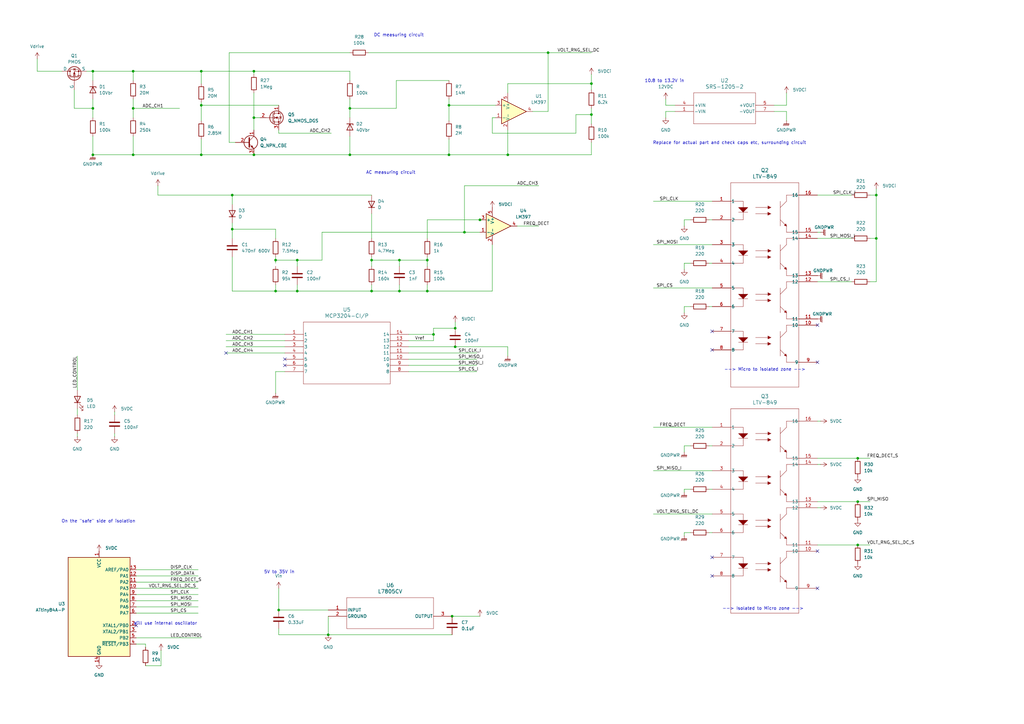
<source format=kicad_sch>
(kicad_sch (version 20231120) (generator "eeschema") (generator_version "8.0")
  (paper "A3")
  (lib_symbols
    (symbol "2024-09-10_19-31-40:NME1205DC" (pin_names (offset 0.254))
      (property "Reference" "U2" (at 20.32 10.16 0))
      (property "Value" "SRS-1205-2" (at 20.32 7.62 0))
      (symbol "NME1205DC_0_1"
        (pin power_in line (at 0 -2.54 0) (length 7.62) (name "-VIN") (number "1"))
        (pin power_in line (at 0 0 0) (length 7.62) (name "+VIN") (number "4"))
        (pin output line (at 40.64 0 180) (length 7.62) (name "+VOUT") (number "5"))
        (pin output line (at 40.64 -2.54 180) (length 7.62) (name "-VOUT") (number "7"))
      )
    )
    (symbol "2024-09-14_22-35-21:MCP3204-CI_P" (pin_names (offset 0.254))
      (property "Reference" "U" (at 25.4 10.16 0))
      (property "Value" "MCP3204-CI/P" (at 25.4 7.62 0))
      (symbol "MCP3204-CI_P_0_1"
        (pin unspecified line (at 0 0 0) (length 7.62) (name "1") (number "1"))
        (pin unspecified line (at 50.8 -10.16 180) (length 7.62) (name "10") (number "10"))
        (pin unspecified line (at 50.8 -7.62 180) (length 7.62) (name "11") (number "11"))
        (pin unspecified line (at 50.8 -5.08 180) (length 7.62) (name "12") (number "12"))
        (pin unspecified line (at 50.8 -2.54 180) (length 7.62) (name "13") (number "13"))
        (pin unspecified line (at 50.8 0 180) (length 7.62) (name "14") (number "14"))
        (pin unspecified line (at 0 -2.54 0) (length 7.62) (name "2") (number "2"))
        (pin unspecified line (at 0 -5.08 0) (length 7.62) (name "3") (number "3"))
        (pin unspecified line (at 0 -7.62 0) (length 7.62) (name "4") (number "4"))
        (pin unspecified line (at 0 -10.16 0) (length 7.62) (name "5") (number "5"))
        (pin unspecified line (at 0 -12.7 0) (length 7.62) (name "6") (number "6"))
        (pin unspecified line (at 0 -15.24 0) (length 7.62) (name "7") (number "7"))
        (pin unspecified line (at 50.8 -15.24 180) (length 7.62) (name "8") (number "8"))
        (pin unspecified line (at 50.8 -12.7 180) (length 7.62) (name "9") (number "9"))
      )
    )
    (symbol "Comparator:LM397" (pin_names (offset 0.127))
      (property "Reference" "U" (at 1.27 5.08 0))
      (property "Value" "LM397" (at 3.81 -5.08 0))
      (symbol "LM397_1_1"
        (pin input line (at -7.62 -2.54 0) (length 2.54) (name "-") (number "1"))
        (pin power_in line (at -2.54 -7.62 90) (length 3.81) (name "V-") (number "2"))
        (pin input line (at -7.62 2.54 0) (length 2.54) (name "+") (number "3"))
        (pin open_collector line (at 7.62 0 180) (length 2.54) (name "~") (number "4"))
        (pin power_in line (at -2.54 7.62 270) (length 3.81) (name "V+") (number "5"))
      )
    )
    (symbol "Device:C" (pin_numbers hide) (pin_names (offset 0.254))
      (property "Reference" "C" (at 0.635 2.54 0))
      (property "Value" "C" (at 0.635 -2.54 0))
      (symbol "C_1_1"
        (pin passive line (at 0 3.81 270) (length 2.794) (name "~") (number "1"))
        (pin passive line (at 0 -3.81 90) (length 2.794) (name "~") (number "2"))
      )
    )
    (symbol "Device:D" (pin_numbers hide) (pin_names (offset 1.016) hide)
      (property "Reference" "D" (at 0 2.54 0))
      (property "Value" "D" (at 0 -2.54 0))
      (symbol "D_1_1"
        (pin passive line (at -3.81 0 0) (length 2.54) (name "K") (number "1"))
        (pin passive line (at 3.81 0 180) (length 2.54) (name "A") (number "2"))
      )
    )
    (symbol "Device:D_Zener" (pin_numbers hide) (pin_names (offset 1.016) hide)
      (property "Reference" "D" (at 0 2.54 0))
      (property "Value" "D_Zener" (at 0 -2.54 0))
      (symbol "D_Zener_1_1"
        (pin passive line (at -3.81 0 0) (length 2.54) (name "K") (number "1"))
        (pin passive line (at 3.81 0 180) (length 2.54) (name "A") (number "2"))
      )
    )
    (symbol "Device:LED" (pin_numbers hide) (pin_names (offset 1.016) hide)
      (property "Reference" "D" (at 0 2.54 0))
      (property "Value" "LED" (at 0 -2.54 0))
      (symbol "LED_1_1"
        (pin passive line (at -3.81 0 0) (length 2.54) (name "K") (number "1"))
        (pin passive line (at 3.81 0 180) (length 2.54) (name "A") (number "2"))
      )
    )
    (symbol "Device:Q_NMOS_DGS" (pin_names (offset 0) hide)
      (property "Reference" "Q" (at 5.08 1.27 0))
      (property "Value" "Q_NMOS_DGS" (at 5.08 -1.27 0))
      (symbol "Q_NMOS_DGS_1_1"
        (pin passive line (at 2.54 5.08 270) (length 2.54) (name "D") (number "1"))
        (pin input line (at -5.08 0 0) (length 2.54) (name "G") (number "2"))
        (pin passive line (at 2.54 -5.08 90) (length 2.54) (name "S") (number "3"))
      )
    )
    (symbol "Device:Q_NPN_CBE" (pin_names (offset 0) hide)
      (property "Reference" "Q" (at 5.08 1.27 0))
      (property "Value" "Q_NPN_CBE" (at 5.08 -1.27 0))
      (symbol "Q_NPN_CBE_1_1"
        (pin passive line (at 2.54 5.08 270) (length 2.54) (name "C") (number "1"))
        (pin input line (at -5.08 0 0) (length 5.715) (name "B") (number "2"))
        (pin passive line (at 2.54 -5.08 90) (length 2.54) (name "E") (number "3"))
      )
    )
    (symbol "Device:R" (pin_numbers hide) (pin_names (offset 0))
      (property "Reference" "R" (at 2.032 0 90))
      (property "Value" "R" (at 0 0 90))
      (symbol "R_1_1"
        (pin passive line (at 0 3.81 270) (length 1.27) (name "~") (number "1"))
        (pin passive line (at 0 -3.81 90) (length 1.27) (name "~") (number "2"))
      )
    )
    (symbol "Linear Regulator:L7805CV" (pin_names (offset 0.254))
      (property "Reference" "U" (at 25.4 10.16 0))
      (property "Value" "L7805CV" (at 25.4 7.62 0))
      (symbol "L7805CV_0_1"
        (pin input line (at 0 0 0) (length 7.62) (name "INPUT") (number "1"))
        (pin power_out line (at 0 -2.54 0) (length 7.62) (name "GROUND") (number "2"))
        (pin output line (at 50.8 -2.54 180) (length 7.62) (name "OUTPUT") (number "3"))
      )
    )
    (symbol "MCU_Microchip_ATtiny:ATtiny84A-P"
      (property "Reference" "U" (at -12.7 21.59 0))
      (property "Value" "ATtiny84A-P" (at 2.54 -21.59 0))
      (symbol "ATtiny84A-P_1_1"
        (pin power_in line (at 0 22.86 270) (length 2.54) (name "VCC") (number "1"))
        (pin bidirectional line (at 15.24 7.62 180) (length 2.54) (name "PA3") (number "10"))
        (pin bidirectional line (at 15.24 10.16 180) (length 2.54) (name "PA2") (number "11"))
        (pin bidirectional line (at 15.24 12.7 180) (length 2.54) (name "PA1") (number "12"))
        (pin bidirectional line (at 15.24 15.24 180) (length 2.54) (name "AREF/PA0") (number "13"))
        (pin power_in line (at 0 -22.86 90) (length 2.54) (name "GND") (number "14"))
        (pin bidirectional line (at 15.24 -7.62 180) (length 2.54) (name "XTAL1/PB0") (number "2"))
        (pin bidirectional line (at 15.24 -10.16 180) (length 2.54) (name "XTAL2/PB1") (number "3"))
        (pin bidirectional line (at 15.24 -15.24 180) (length 2.54) (name "~{RESET}/PB3") (number "4"))
        (pin bidirectional line (at 15.24 -12.7 180) (length 2.54) (name "PB2") (number "5"))
        (pin bidirectional line (at 15.24 -2.54 180) (length 2.54) (name "PA7") (number "6"))
        (pin bidirectional line (at 15.24 0 180) (length 2.54) (name "PA6") (number "7"))
        (pin bidirectional line (at 15.24 2.54 180) (length 2.54) (name "PA5") (number "8"))
        (pin bidirectional line (at 15.24 5.08 180) (length 2.54) (name "PA4") (number "9"))
      )
    )
    (symbol "Optocoupler:LTV-847" (pin_names (offset 0.254))
      (property "Reference" "Q" (at 22.86 17.78 0))
      (property "Value" "LTV-847" (at 22.86 17.78 0))
      (symbol "LTV-847_0_1"
        (pin unspecified line (at 0 0 0) (length 7.62) (name "1") (number "1"))
        (pin unspecified line (at 43.18 -50.8 180) (length 7.62) (name "10") (number "10"))
        (pin unspecified line (at 43.18 -48.26 180) (length 7.62) (name "11") (number "11"))
        (pin unspecified line (at 43.18 -33.02 180) (length 7.62) (name "12") (number "12"))
        (pin unspecified line (at 43.18 -30.48 180) (length 7.62) (name "13") (number "13"))
        (pin unspecified line (at 43.18 -15.24 180) (length 7.62) (name "14") (number "14"))
        (pin unspecified line (at 43.18 -12.7 180) (length 7.62) (name "15") (number "15"))
        (pin unspecified line (at 43.18 2.54 180) (length 7.62) (name "16") (number "16"))
        (pin unspecified line (at 0 -7.62 0) (length 7.62) (name "2") (number "2"))
        (pin unspecified line (at 0 -17.78 0) (length 7.62) (name "3") (number "3"))
        (pin unspecified line (at 0 -25.4 0) (length 7.62) (name "4") (number "4"))
        (pin unspecified line (at 0 -35.56 0) (length 7.62) (name "5") (number "5"))
        (pin unspecified line (at 0 -43.18 0) (length 7.62) (name "6") (number "6"))
        (pin unspecified line (at 0 -53.34 0) (length 7.62) (name "7") (number "7"))
        (pin unspecified line (at 0 -60.96 0) (length 7.62) (name "8") (number "8"))
        (pin unspecified line (at 43.18 -66.04 180) (length 7.62) (name "9") (number "9"))
      )
    )
    (symbol "Simulation_SPICE:PMOS" (pin_numbers hide) (pin_names (offset 0))
      (property "Reference" "Q" (at 5.08 1.27 0))
      (property "Value" "PMOS" (at 5.08 -1.27 0))
      (symbol "PMOS_1_1"
        (pin passive line (at 2.54 5.08 270) (length 2.54) (name "D") (number "1"))
        (pin input line (at -5.08 0 0) (length 2.54) (name "G") (number "2"))
        (pin passive line (at 2.54 -5.08 90) (length 2.54) (name "S") (number "3"))
      )
    )
    (symbol "power:GND" (power) (pin_numbers hide) (pin_names (offset 0) hide)
      (property "Value" "GND" (at 0 -3.81 0))
      (symbol "GND_1_1"
        (pin power_in line (at 0 0 270) (length 0) (name "~") (number "1"))
      )
    )
    (symbol "power:GNDPWR" (power) (pin_numbers hide) (pin_names (offset 0) hide)
      (property "Value" "GNDPWR" (at 0 -3.302 0))
      (symbol "GNDPWR_1_1"
        (pin power_in line (at 0 0 270) (length 0) (name "~") (number "1"))
      )
    )
    (symbol "power:VDC" (power) (pin_numbers hide) (pin_names (offset 0) hide)
      (property "Value" "VDC" (at 0 3.556 0))
      (symbol "VDC_1_1"
        (pin power_in line (at 0 0 90) (length 0) (name "~") (number "1"))
      )
    )
    (symbol "power:Vdrive" (power) (pin_numbers hide) (pin_names (offset 0) hide)
      (property "Value" "Vdrive" (at 0 3.556 0))
      (symbol "Vdrive_1_1"
        (pin power_in line (at 0 0 90) (length 0) (name "~") (number "1"))
      )
    )
  )
  (junction (at 185.42 252.73))
  (junction (at 54.61 63.5))
  (junction (at 143.51 63.5))
  (junction (at 134.62 260.35))
  (junction (at 175.26 119.38))
  (junction (at 104.14 63.5))
  (junction (at 184.15 63.5))
  (junction (at 104.14 48.26))
  (junction (at 114.3 250.19))
  (junction (at 175.26 106.68))
  (junction (at 359.41 97.79))
  (junction (at 184.15 43.18))
  (junction (at 113.03 106.68))
  (junction (at 351.79 205.74))
  (junction (at 54.61 29.21))
  (junction (at 54.61 44.45))
  (junction (at 82.55 63.5))
  (junction (at 163.83 119.38))
  (junction (at 95.25 80.01))
  (junction (at 38.1 63.5))
  (junction (at 242.57 46.99))
  (junction (at 38.1 44.45))
  (junction (at 351.79 187.96))
  (junction (at 82.55 29.21))
  (junction (at 186.69 134.62))
  (junction (at 359.41 80.01))
  (junction (at 190.5 95.25))
  (junction (at 95.25 93.98))
  (junction (at 38.1 29.21))
  (junction (at 242.57 34.29))
  (junction (at 208.28 63.5))
  (junction (at 186.69 142.24))
  (junction (at 177.8 137.16))
  (junction (at 121.92 119.38))
  (junction (at 104.14 29.21))
  (junction (at 121.92 106.68))
  (junction (at 152.4 119.38))
  (junction (at 224.79 21.59))
  (junction (at 196.85 90.17))
  (junction (at 351.79 223.52))
  (junction (at 152.4 106.68))
  (junction (at 82.55 43.18))
  (junction (at 113.03 119.38))
  (junction (at 163.83 106.68))
  (junction (at 143.51 44.45))
  (no_connect (at 116.84 149.86))
  (no_connect (at 335.28 226.06))
  (no_connect (at 335.28 133.35))
  (no_connect (at 292.1 135.89))
  (no_connect (at 292.1 143.51))
  (no_connect (at 55.88 256.54))
  (no_connect (at 335.28 148.59))
  (no_connect (at 292.1 228.6))
  (no_connect (at 116.84 147.32))
  (no_connect (at 292.1 236.22))
  (no_connect (at 92.71 144.78))
  (no_connect (at 335.28 241.3))
  (wire (pts (xy 359.41 97.79) (xy 359.41 115.57)))
  (wire (pts (xy 267.97 193.04) (xy 292.1 193.04)))
  (wire (pts (xy 351.79 187.96) (xy 356.87 187.96)))
  (wire (pts (xy 30.48 36.83) (xy 30.48 44.45)))
  (wire (pts (xy 82.55 29.21) (xy 104.14 29.21)))
  (wire (pts (xy 114.3 54.61) (xy 114.3 53.34)))
  (wire (pts (xy 177.8 139.7) (xy 167.64 139.7)))
  (wire (pts (xy 143.51 63.5) (xy 184.15 63.5)))
  (wire (pts (xy 134.62 252.73) (xy 134.62 260.35)))
  (wire (pts (xy 143.51 44.45) (xy 143.51 48.26)))
  (wire (pts (xy 283.21 182.88) (xy 280.67 182.88)))
  (wire (pts (xy 82.55 43.18) (xy 114.3 43.18)))
  (wire (pts (xy 35.56 29.21) (xy 38.1 29.21)))
  (wire (pts (xy 242.57 44.45) (xy 242.57 46.99)))
  (wire (pts (xy 163.83 106.68) (xy 175.26 106.68)))
  (wire (pts (xy 152.4 106.68) (xy 152.4 109.22)))
  (wire (pts (xy 152.4 105.41) (xy 152.4 106.68)))
  (wire (pts (xy 54.61 63.5) (xy 82.55 63.5)))
  (wire (pts (xy 121.92 119.38) (xy 113.03 119.38)))
  (wire (pts (xy 66.04 273.05) (xy 66.04 266.7)))
  (wire (pts (xy 351.79 223.52) (xy 356.87 223.52)))
  (wire (pts (xy 236.22 54.61) (xy 236.22 46.99)))
  (wire (pts (xy 186.69 132.08) (xy 186.69 134.62)))
  (wire (pts (xy 54.61 40.64) (xy 54.61 44.45)))
  (wire (pts (xy 184.15 43.18) (xy 184.15 49.53)))
  (wire (pts (xy 163.83 116.84) (xy 163.83 119.38)))
  (wire (pts (xy 201.93 119.38) (xy 175.26 119.38)))
  (wire (pts (xy 31.75 167.64) (xy 31.75 170.18)))
  (wire (pts (xy 104.14 48.26) (xy 104.14 53.34)))
  (wire (pts (xy 290.83 107.95) (xy 292.1 107.95)))
  (wire (pts (xy 201.93 54.61) (xy 236.22 54.61)))
  (wire (pts (xy 152.4 116.84) (xy 152.4 119.38)))
  (wire (pts (xy 190.5 76.2) (xy 190.5 95.25)))
  (wire (pts (xy 104.14 63.5) (xy 143.51 63.5)))
  (wire (pts (xy 54.61 44.45) (xy 73.66 44.45)))
  (wire (pts (xy 351.79 205.74) (xy 356.87 205.74)))
  (wire (pts (xy 143.51 55.88) (xy 143.51 63.5)))
  (wire (pts (xy 283.21 107.95) (xy 280.67 107.95)))
  (wire (pts (xy 113.03 106.68) (xy 113.03 107.95)))
  (wire (pts (xy 121.92 119.38) (xy 152.4 119.38)))
  (wire (pts (xy 121.92 106.68) (xy 132.08 106.68)))
  (wire (pts (xy 322.58 38.1) (xy 322.58 43.18)))
  (wire (pts (xy 113.03 106.68) (xy 121.92 106.68)))
  (wire (pts (xy 55.88 236.22) (xy 81.28 236.22)))
  (wire (pts (xy 185.42 260.35) (xy 134.62 260.35)))
  (wire (pts (xy 59.69 264.16) (xy 55.88 264.16)))
  (wire (pts (xy 267.97 100.33) (xy 292.1 100.33)))
  (wire (pts (xy 290.83 200.66) (xy 292.1 200.66)))
  (wire (pts (xy 38.1 44.45) (xy 38.1 48.26)))
  (wire (pts (xy 359.41 77.47) (xy 359.41 80.01)))
  (wire (pts (xy 322.58 45.72) (xy 322.58 49.53)))
  (wire (pts (xy 280.67 218.44) (xy 283.21 218.44)))
  (wire (pts (xy 359.41 80.01) (xy 359.41 97.79)))
  (wire (pts (xy 242.57 58.42) (xy 242.57 63.5)))
  (wire (pts (xy 82.55 41.91) (xy 82.55 43.18)))
  (wire (pts (xy 55.88 241.3) (xy 81.28 241.3)))
  (wire (pts (xy 93.98 21.59) (xy 143.51 21.59)))
  (wire (pts (xy 95.25 93.98) (xy 95.25 97.79)))
  (wire (pts (xy 31.75 177.8) (xy 31.75 179.07)))
  (wire (pts (xy 280.67 125.73) (xy 280.67 128.27)))
  (wire (pts (xy 208.28 34.29) (xy 208.28 38.1)))
  (wire (pts (xy 283.21 90.17) (xy 280.67 90.17)))
  (wire (pts (xy 95.25 91.44) (xy 95.25 93.98)))
  (wire (pts (xy 38.1 40.64) (xy 38.1 44.45)))
  (wire (pts (xy 46.99 168.91) (xy 46.99 170.18)))
  (wire (pts (xy 184.15 63.5) (xy 208.28 63.5)))
  (wire (pts (xy 283.21 200.66) (xy 280.67 200.66)))
  (wire (pts (xy 82.55 63.5) (xy 104.14 63.5)))
  (wire (pts (xy 356.87 97.79) (xy 359.41 97.79)))
  (wire (pts (xy 175.26 90.17) (xy 175.26 97.79)))
  (wire (pts (xy 167.64 149.86) (xy 195.58 149.86)))
  (wire (pts (xy 359.41 80.01) (xy 356.87 80.01)))
  (wire (pts (xy 184.15 33.02) (xy 162.56 33.02)))
  (wire (pts (xy 95.25 80.01) (xy 64.77 80.01)))
  (wire (pts (xy 114.3 54.61) (xy 135.89 54.61)))
  (wire (pts (xy 54.61 44.45) (xy 54.61 48.26)))
  (wire (pts (xy 55.88 251.46) (xy 81.28 251.46)))
  (wire (pts (xy 151.13 21.59) (xy 224.79 21.59)))
  (wire (pts (xy 55.88 248.92) (xy 81.28 248.92)))
  (wire (pts (xy 162.56 44.45) (xy 143.51 44.45)))
  (wire (pts (xy 218.44 45.72) (xy 224.79 45.72)))
  (wire (pts (xy 322.58 43.18) (xy 317.5 43.18)))
  (wire (pts (xy 335.28 223.52) (xy 351.79 223.52)))
  (wire (pts (xy 280.67 200.66) (xy 280.67 201.93)))
  (wire (pts (xy 186.69 134.62) (xy 177.8 134.62)))
  (wire (pts (xy 175.26 90.17) (xy 196.85 90.17)))
  (wire (pts (xy 113.03 105.41) (xy 113.03 106.68)))
  (wire (pts (xy 208.28 63.5) (xy 242.57 63.5)))
  (wire (pts (xy 280.67 219.71) (xy 280.67 218.44)))
  (wire (pts (xy 132.08 95.25) (xy 132.08 106.68)))
  (wire (pts (xy 104.14 38.1) (xy 104.14 48.26)))
  (wire (pts (xy 175.26 105.41) (xy 175.26 106.68)))
  (wire (pts (xy 163.83 106.68) (xy 152.4 106.68)))
  (wire (pts (xy 167.64 144.78) (xy 195.58 144.78)))
  (wire (pts (xy 190.5 95.25) (xy 196.85 95.25)))
  (wire (pts (xy 152.4 87.63) (xy 152.4 97.79)))
  (wire (pts (xy 335.28 172.72) (xy 336.55 172.72)))
  (wire (pts (xy 54.61 55.88) (xy 54.61 63.5)))
  (wire (pts (xy 46.99 177.8) (xy 46.99 179.07)))
  (wire (pts (xy 163.83 109.22) (xy 163.83 106.68)))
  (wire (pts (xy 273.05 43.18) (xy 273.05 40.64)))
  (wire (pts (xy 143.51 29.21) (xy 143.51 33.02)))
  (wire (pts (xy 175.26 116.84) (xy 175.26 119.38)))
  (wire (pts (xy 335.28 95.25) (xy 336.55 95.25)))
  (wire (pts (xy 212.09 92.71) (xy 220.98 92.71)))
  (wire (pts (xy 335.28 187.96) (xy 351.79 187.96)))
  (wire (pts (xy 335.28 205.74) (xy 351.79 205.74)))
  (wire (pts (xy 335.28 80.01) (xy 349.25 80.01)))
  (wire (pts (xy 113.03 152.4) (xy 113.03 161.29)))
  (wire (pts (xy 82.55 57.15) (xy 82.55 63.5)))
  (wire (pts (xy 167.64 147.32) (xy 195.58 147.32)))
  (wire (pts (xy 104.14 29.21) (xy 143.51 29.21)))
  (wire (pts (xy 31.75 146.05) (xy 31.75 160.02)))
  (wire (pts (xy 134.62 260.35) (xy 114.3 260.35)))
  (wire (pts (xy 201.93 48.26) (xy 201.93 54.61)))
  (wire (pts (xy 267.97 82.55) (xy 292.1 82.55)))
  (wire (pts (xy 283.21 125.73) (xy 280.67 125.73)))
  (wire (pts (xy 113.03 119.38) (xy 113.03 116.84)))
  (wire (pts (xy 132.08 95.25) (xy 190.5 95.25)))
  (wire (pts (xy 201.93 100.33) (xy 201.93 119.38)))
  (wire (pts (xy 242.57 34.29) (xy 242.57 30.48)))
  (wire (pts (xy 55.88 261.62) (xy 82.55 261.62)))
  (wire (pts (xy 167.64 137.16) (xy 177.8 137.16)))
  (wire (pts (xy 167.64 142.24) (xy 186.69 142.24)))
  (wire (pts (xy 335.28 97.79) (xy 349.25 97.79)))
  (wire (pts (xy 116.84 152.4) (xy 113.03 152.4)))
  (wire (pts (xy 224.79 21.59) (xy 224.79 45.72)))
  (wire (pts (xy 167.64 152.4) (xy 195.58 152.4)))
  (wire (pts (xy 184.15 40.64) (xy 184.15 43.18)))
  (wire (pts (xy 290.83 182.88) (xy 292.1 182.88)))
  (wire (pts (xy 224.79 21.59) (xy 242.57 21.59)))
  (wire (pts (xy 267.97 210.82) (xy 292.1 210.82)))
  (wire (pts (xy 236.22 46.99) (xy 242.57 46.99)))
  (wire (pts (xy 280.67 182.88) (xy 280.67 185.42)))
  (wire (pts (xy 38.1 29.21) (xy 54.61 29.21)))
  (wire (pts (xy 55.88 243.84) (xy 81.28 243.84)))
  (wire (pts (xy 335.28 190.5) (xy 336.55 190.5)))
  (wire (pts (xy 59.69 265.43) (xy 59.69 264.16)))
  (wire (pts (xy 59.69 273.05) (xy 66.04 273.05)))
  (wire (pts (xy 190.5 76.2) (xy 220.98 76.2)))
  (wire (pts (xy 273.05 45.72) (xy 273.05 48.26)))
  (wire (pts (xy 38.1 33.02) (xy 38.1 29.21)))
  (wire (pts (xy 113.03 97.79) (xy 113.03 93.98)))
  (wire (pts (xy 359.41 115.57) (xy 356.87 115.57)))
  (wire (pts (xy 335.28 208.28) (xy 336.55 208.28)))
  (wire (pts (xy 196.85 90.17) (xy 198.12 90.17)))
  (wire (pts (xy 54.61 29.21) (xy 54.61 33.02)))
  (wire (pts (xy 92.71 142.24) (xy 116.84 142.24)))
  (wire (pts (xy 30.48 44.45) (xy 38.1 44.45)))
  (wire (pts (xy 25.4 29.21) (xy 15.24 29.21)))
  (wire (pts (xy 54.61 29.21) (xy 82.55 29.21)))
  (wire (pts (xy 290.83 90.17) (xy 292.1 90.17)))
  (wire (pts (xy 175.26 106.68) (xy 175.26 109.22)))
  (wire (pts (xy 267.97 175.26) (xy 292.1 175.26)))
  (wire (pts (xy 92.71 144.78) (xy 116.84 144.78)))
  (wire (pts (xy 208.28 53.34) (xy 208.28 63.5)))
  (wire (pts (xy 64.77 80.01) (xy 64.77 76.2)))
  (wire (pts (xy 184.15 57.15) (xy 184.15 63.5)))
  (wire (pts (xy 55.88 246.38) (xy 81.28 246.38)))
  (wire (pts (xy 93.98 58.42) (xy 96.52 58.42)))
  (wire (pts (xy 93.98 58.42) (xy 93.98 21.59)))
  (wire (pts (xy 143.51 40.64) (xy 143.51 44.45)))
  (wire (pts (xy 162.56 33.02) (xy 162.56 44.45)))
  (wire (pts (xy 276.86 45.72) (xy 273.05 45.72)))
  (wire (pts (xy 267.97 118.11) (xy 292.1 118.11)))
  (wire (pts (xy 92.71 139.7) (xy 116.84 139.7)))
  (wire (pts (xy 242.57 46.99) (xy 242.57 50.8)))
  (wire (pts (xy 242.57 36.83) (xy 242.57 34.29)))
  (wire (pts (xy 55.88 238.76) (xy 81.28 238.76)))
  (wire (pts (xy 113.03 119.38) (xy 95.25 119.38)))
  (wire (pts (xy 280.67 107.95) (xy 280.67 110.49)))
  (wire (pts (xy 121.92 116.84) (xy 121.92 119.38)))
  (wire (pts (xy 208.28 142.24) (xy 208.28 146.05)))
  (wire (pts (xy 280.67 90.17) (xy 280.67 92.71)))
  (wire (pts (xy 82.55 43.18) (xy 82.55 49.53)))
  (wire (pts (xy 201.93 48.26) (xy 203.2 48.26)))
  (wire (pts (xy 152.4 119.38) (xy 163.83 119.38)))
  (wire (pts (xy 186.69 142.24) (xy 208.28 142.24)))
  (wire (pts (xy 95.25 83.82) (xy 95.25 80.01)))
  (wire (pts (xy 290.83 218.44) (xy 292.1 218.44)))
  (wire (pts (xy 95.25 93.98) (xy 113.03 93.98)))
  (wire (pts (xy 163.83 119.38) (xy 175.26 119.38)))
  (wire (pts (xy 95.25 119.38) (xy 95.25 105.41)))
  (wire (pts (xy 185.42 252.73) (xy 196.85 252.73)))
  (wire (pts (xy 92.71 137.16) (xy 116.84 137.16)))
  (wire (pts (xy 104.14 29.21) (xy 104.14 30.48)))
  (wire (pts (xy 276.86 43.18) (xy 273.05 43.18)))
  (wire (pts (xy 290.83 125.73) (xy 292.1 125.73)))
  (wire (pts (xy 114.3 260.35) (xy 114.3 257.81)))
  (wire (pts (xy 55.88 233.68) (xy 81.28 233.68)))
  (wire (pts (xy 335.28 115.57) (xy 349.25 115.57)))
  (wire (pts (xy 104.14 48.26) (xy 106.68 48.26)))
  (wire (pts (xy 82.55 29.21) (xy 82.55 34.29)))
  (wire (pts (xy 208.28 34.29) (xy 242.57 34.29)))
  (wire (pts (xy 38.1 55.88) (xy 38.1 63.5)))
  (wire (pts (xy 114.3 241.3) (xy 114.3 250.19)))
  (wire (pts (xy 15.24 29.21) (xy 15.24 24.13)))
  (wire (pts (xy 54.61 63.5) (xy 38.1 63.5)))
  (wire (pts (xy 184.15 43.18) (xy 203.2 43.18)))
  (wire (pts (xy 177.8 137.16) (xy 177.8 139.7)))
  (wire (pts (xy 177.8 134.62) (xy 177.8 137.16)))
  (wire (pts (xy 121.92 106.68) (xy 121.92 109.22)))
  (wire (pts (xy 134.62 250.19) (xy 114.3 250.19)))
  (wire (pts (xy 152.4 80.01) (xy 95.25 80.01)))
  (wire (pts (xy 317.5 45.72) (xy 322.58 45.72)))
  (text "Will use internal oscillator" (at 67.818 255.778 0) (effects (font (size 1.27 1.27))))
  (text "On the \"safe\" side of isolation" (at 40.386 213.868 0) (effects (font (size 1.27 1.27))))
  (text "--> Isolated to Micro zone -->" (at 312.928 249.682 0) (effects (font (size 1.27 1.27))))
  (text "Replace for actual part and check caps etc, surrounding circuit" (at 299.212 58.674 0) (effects (font (size 1.27 1.27))))
  (text "AC measuring circuit" (at 160.274 70.866 0) (effects (font (size 1.27 1.27))))
  (text "10.8 to 13.2V in" (at 272.542 33.274 0) (effects (font (size 1.27 1.27))))
  (text "5V to 35V in" (at 114.554 234.696 0) (effects (font (size 1.27 1.27))))
  (text "DC measuring circuit" (at 163.576 14.478 0) (effects (font (size 1.27 1.27))))
  (text "--> Micro to isolated zone -->" (at 313.69 151.638 0) (effects (font (size 1.27 1.27))))
  (label "SPI_MOSI" (at 69.85 248.92 0))
  (label "SPI_CLK" (at 69.85 243.84 0))
  (label "SPI_CS" (at 269.24 118.11 0))
  (label "VOLT_RNG_SEL_DC" (at 269.24 210.82 0))
  (label "ADC_CH2" (at 127 54.61 0))
  (label "VOLT_RNG_SEL_DC_S" (at 355.6 223.52 0))
  (label "ADC_CH4" (at 95.25 144.78 0))
  (label "SPI_CS" (at 69.85 251.46 0))
  (label "SPI_MOSI" (at 269.24 100.33 0))
  (label "SPI_MISO" (at 355.6 205.74 0))
  (label "VOLT_RNG_SEL_DC_S" (at 60.96 241.3 0))
  (label "SPI_MOSI_I" (at 340.36 97.79 0))
  (label "SPI_CS_I" (at 187.96 152.4 0))
  (label "FREQ_DECT_S" (at 355.6 187.96 0))
  (label "SPI_MOSI_I" (at 187.96 149.86 0))
  (label "ADC_CH1" (at 58.42 44.45 0))
  (label "VOLT_RNG_SEL_DC" (at 228.6 21.59 0))
  (label "ADC_CH3" (at 212.09 76.2 0))
  (label "ADC_CH2" (at 95.25 139.7 0))
  (label "SPI_MISO_I" (at 269.24 193.04 0))
  (label "LED_CONTROL" (at 31.75 146.05 270))
  (label "Vref" (at 170.18 139.7 0))
  (label "ADC_CH3" (at 95.25 142.24 0))
  (label "FREQ_DECT" (at 214.63 92.71 0))
  (label "SPI_CS_I" (at 340.36 115.57 0))
  (label "SPI_MISO" (at 69.85 246.38 0))
  (label "SPI_CLK_I" (at 187.96 144.78 0))
  (label "DISP_CLK" (at 69.85 233.68 0))
  (label "DISP_DATA" (at 69.85 236.22 0))
  (label "FREQ_DECT_S" (at 69.85 238.76 0))
  (label "SPI_CLK" (at 270.51 82.55 0))
  (label "LED_CONTROL" (at 69.85 261.62 0))
  (label "ADC_CH1" (at 95.25 137.16 0))
  (label "SPI_MISO_I" (at 187.96 147.32 0))
  (label "SPI_CLK_I" (at 341.63 80.01 0))
  (label "FREQ_DECT" (at 270.51 175.26 0))
  (symbol (lib_id "power:GNDPWR") (at 280.67 201.93 0) (unit 1)
    (property "Reference" "#PWR024" (effects (hide yes)))
    (property "Value" "GNDPWR" (at 278.892 203.2 0) (effects (justify right)))
    (property "Description" "Power symbol creates a global label with name \"GNDPWR\" , global ground" (effects (hide yes)))
  )
  (symbol (lib_id "power:GND") (at 280.67 128.27 0) (unit 1)
    (property "Reference" "#PWR018" (effects (hide yes)))
    (property "Value" "GND" (at 280.67 133.35 0))
    (property "Description" "Power symbol creates a global label with name \"GND\" , ground" (effects (hide yes)))
  )
  (symbol (lib_id "Device:C") (at 163.83 113.03 0) (unit 1)
    (property "Reference" "C3" (at 167.64 111.7599 0) (effects (justify left)))
    (property "Value" "1nF" (at 167.64 114.2999 0) (effects (justify left)))
    (property "Description" "Unpolarized capacitor" (effects (hide yes)))
  )
  (symbol (lib_id "Device:R") (at 113.03 101.6 0) (unit 1)
    (property "Reference" "R12" (at 115.57 100.3299 0) (effects (justify left)))
    (property "Value" "7.5Meg" (at 115.57 102.8699 0) (effects (justify left)))
    (property "Description" "Resistor" (effects (hide yes)))
  )
  (symbol (lib_id "power:VDC") (at 336.55 208.28 270) (unit 1)
    (property "Reference" "#PWR031" (effects (hide yes)))
    (property "Value" "5VDC" (at 340.36 208.2799 90) (effects (justify left)))
    (property "Description" "Power symbol creates a global label with name \"VDC\"" (effects (hide yes)))
  )
  (symbol (lib_id "2024-09-14_22-35-21:MCP3204-CI_P") (at 116.84 137.16 0) (unit 1)
    (property "Reference" "U5" (at 142.24 127 0) (effects (font (size 1.524 1.524))))
    (property "Value" "MCP3204-CI/P" (at 142.24 129.54 0) (effects (font (size 1.524 1.524))))
    (property "Footprint" "PDIP14_300MC_MCH" (effects (hide yes)))
    (property "Datasheet" "MCP3204-CI/P" (effects (hide yes)))
  )
  (symbol (lib_id "Device:C") (at 186.69 138.43 0) (unit 1)
    (property "Reference" "C4" (at 190.5 137.1599 0) (effects (justify left)))
    (property "Value" "100nF" (at 190.5 139.6999 0) (effects (justify left)))
    (property "Description" "Unpolarized capacitor" (effects (hide yes)))
  )
  (symbol (lib_id "Device:R") (at 351.79 191.77 0) (unit 1)
    (property "Reference" "R30" (at 354.33 190.4999 0) (effects (justify left)))
    (property "Value" "10k" (at 354.33 193.0399 0) (effects (justify left)))
    (property "Description" "Resistor" (effects (hide yes)))
  )
  (symbol (lib_id "Device:R") (at 54.61 36.83 0) (unit 1)
    (property "Reference" "R3" (at 57.15 35.5599 0) (effects (justify left)))
    (property "Value" "20M" (at 57.15 38.0999 0) (effects (justify left)))
    (property "Description" "Resistor" (effects (hide yes)))
  )
  (symbol (lib_id "Device:R") (at 287.02 218.44 90) (unit 1)
    (property "Reference" "R29" (at 287.02 212.09 90))
    (property "Value" "220" (at 287.02 214.63 90))
    (property "Description" "Resistor" (effects (hide yes)))
  )
  (symbol (lib_id "Device:R") (at 287.02 107.95 90) (unit 1)
    (property "Reference" "R19" (at 287.02 101.6 90))
    (property "Value" "220" (at 287.02 104.14 90))
    (property "Description" "Resistor" (effects (hide yes)))
  )
  (symbol (lib_id "Device:R") (at 353.06 80.01 90) (unit 1)
    (property "Reference" "R21" (at 353.06 74.2648 90))
    (property "Value" "220" (at 353.06 76.8048 90))
    (property "Description" "Resistor" (effects (hide yes)))
  )
  (symbol (lib_id "Device:R") (at 242.57 54.61 0) (unit 1)
    (property "Reference" "R10" (at 245.11 53.3399 0) (effects (justify left)))
    (property "Value" "100k" (at 245.11 55.8799 0) (effects (justify left)))
    (property "Description" "Resistor" (effects (hide yes)))
  )
  (symbol (lib_id "Device:R") (at 242.57 40.64 0) (unit 1)
    (property "Reference" "R11" (at 245.11 39.3699 0) (effects (justify left)))
    (property "Value" "6.2k" (at 245.11 41.9099 0) (effects (justify left)))
    (property "Description" "Resistor" (effects (hide yes)))
  )
  (symbol (lib_id "Comparator:LM397") (at 210.82 45.72 0) (unit 1)
    (property "Reference" "U1" (at 220.98 39.4014 0))
    (property "Value" "LM397" (at 220.98 41.9414 0))
    (property "Footprint" "Package_TO_SOT_SMD:SOT-23-5" (effects (hide yes)))
    (property "Datasheet" "http://www.ti.com/lit/ds/symlink/lm397.pdf" (effects (hide yes)))
    (property "Description" "Single General-Purpose Voltage Comparator with Open-Collector Output, SOT-23-5" (effects (hide yes)))
  )
  (symbol (lib_id "Device:R") (at 353.06 97.79 90) (unit 1)
    (property "Reference" "R22" (at 353.06 91.44 90))
    (property "Value" "220" (at 353.06 93.98 90))
    (property "Description" "Resistor" (effects (hide yes)))
  )
  (symbol (lib_id "power:GND") (at 351.79 195.58 0) (unit 1)
    (property "Reference" "#PWR032" (effects (hide yes)))
    (property "Value" "GND" (at 351.79 200.66 0))
    (property "Description" "Power symbol creates a global label with name \"GND\" , ground" (effects (hide yes)))
  )
  (symbol (lib_id "power:VDC") (at 322.58 38.1 0) (unit 1)
    (property "Reference" "#PWR04" (effects (hide yes)))
    (property "Value" "5VDCi" (at 325.12 36.8299 0) (effects (justify left)))
    (property "Description" "Power symbol creates a global label with name \"VDC\"" (effects (hide yes)))
  )
  (symbol (lib_id "Device:LED") (at 31.75 163.83 90) (unit 1)
    (property "Reference" "D5" (at 35.56 164.1474 90) (effects (justify right)))
    (property "Value" "LED" (at 35.56 166.6874 90) (effects (justify right)))
    (property "Description" "Light emitting diode" (effects (hide yes)))
  )
  (symbol (lib_id "power:GNDPWR") (at 336.55 95.25 90) (unit 1)
    (property "Reference" "#PWR025" (effects (hide yes)))
    (property "Value" "GNDPWR" (at 334.01 93.218 90) (effects (justify right)))
    (property "Description" "Power symbol creates a global label with name \"GNDPWR\" , global ground" (effects (hide yes)))
  )
  (symbol (lib_id "power:GNDPWR") (at 280.67 185.42 0) (unit 1)
    (property "Reference" "#PWR029" (effects (hide yes)))
    (property "Value" "GNDPWR" (at 278.892 186.69 0) (effects (justify right)))
    (property "Description" "Power symbol creates a global label with name \"GNDPWR\" , global ground" (effects (hide yes)))
  )
  (symbol (lib_id "Device:D_Zener") (at 143.51 52.07 270) (unit 1)
    (property "Reference" "D2" (at 146.05 50.7999 90) (effects (justify left)))
    (property "Value" "40Vbr" (at 146.05 53.3399 90) (effects (justify left)))
    (property "Description" "Zener diode" (effects (hide yes)))
  )
  (symbol (lib_id "power:VDC") (at 336.55 190.5 270) (unit 1)
    (property "Reference" "#PWR030" (effects (hide yes)))
    (property "Value" "5VDC" (at 340.36 190.4999 90) (effects (justify left)))
    (property "Description" "Power symbol creates a global label with name \"VDC\"" (effects (hide yes)))
  )
  (symbol (lib_id "Device:R") (at 59.69 269.24 180) (unit 1)
    (property "Reference" "R9" (at 62.23 267.9699 0) (effects (justify right)))
    (property "Value" "10k" (at 62.23 270.5099 0) (effects (justify right)))
    (property "Description" "Resistor" (effects (hide yes)))
  )
  (symbol (lib_id "Device:C") (at 95.25 101.6 0) (unit 1)
    (property "Reference" "C1" (at 99.06 100.3299 0) (effects (justify left)))
    (property "Value" "470nF 600V" (at 99.06 102.8699 0) (effects (justify left)))
    (property "Description" "Unpolarized capacitor" (effects (hide yes)))
  )
  (symbol (lib_id "power:GND") (at 40.64 271.78 0) (unit 1)
    (property "Reference" "#PWR09" (effects (hide yes)))
    (property "Value" "GND" (at 40.64 276.86 0))
    (property "Description" "Power symbol creates a global label with name \"GND\" , ground" (effects (hide yes)))
  )
  (symbol (lib_id "Comparator:LM397") (at 204.47 92.71 0) (unit 1)
    (property "Reference" "U4" (at 214.63 86.3914 0))
    (property "Value" "LM397" (at 214.63 88.9314 0))
    (property "Footprint" "Package_TO_SOT_SMD:SOT-23-5" (effects (hide yes)))
    (property "Datasheet" "http://www.ti.com/lit/ds/symlink/lm397.pdf" (effects (hide yes)))
    (property "Description" "Single General-Purpose Voltage Comparator with Open-Collector Output, SOT-23-5" (effects (hide yes)))
  )
  (symbol (lib_id "power:VDC") (at 40.64 226.06 0) (unit 1)
    (property "Reference" "#PWR08" (effects (hide yes)))
    (property "Value" "5VDC" (at 43.18 224.7899 0) (effects (justify left)))
    (property "Description" "Power symbol creates a global label with name \"VDC\"" (effects (hide yes)))
  )
  (symbol (lib_id "Device:R") (at 351.79 227.33 0) (unit 1)
    (property "Reference" "R31" (at 354.33 226.0599 0) (effects (justify left)))
    (property "Value" "10k" (at 354.33 228.5999 0) (effects (justify left)))
    (property "Description" "Resistor" (effects (hide yes)))
  )
  (symbol (lib_id "Device:R") (at 287.02 200.66 90) (unit 1)
    (property "Reference" "R26" (at 287.02 194.31 90))
    (property "Value" "220" (at 287.02 196.85 90))
    (property "Description" "Resistor" (effects (hide yes)))
  )
  (symbol (lib_id "Device:R") (at 287.02 90.17 90) (unit 1)
    (property "Reference" "R20" (at 287.02 83.82 90))
    (property "Value" "220" (at 287.02 86.36 90))
    (property "Description" "Resistor" (effects (hide yes)))
  )
  (symbol (lib_id "Device:D_Zener") (at 38.1 36.83 270) (unit 1)
    (property "Reference" "D1" (at 40.64 35.5599 90) (effects (justify left)))
    (property "Value" "10Vbr" (at 40.64 38.0999 90) (effects (justify left)))
    (property "Description" "Zener diode" (effects (hide yes)))
  )
  (symbol (lib_id "Simulation_SPICE:PMOS") (at 30.48 31.75 90) (unit 1)
    (property "Reference" "Q1" (at 30.48 22.86 90))
    (property "Value" "PMOS" (at 30.48 25.4 90))
    (property "Datasheet" "https://ngspice.sourceforge.io/docs/ngspice-html-manual/manual.xhtml#cha_MOSFETs" (effects (hide yes)))
    (property "Description" "P-MOSFET transistor, drain/source/gate" (effects (hide yes)))
    (property "Sim.Device" "PMOS" (effects (hide yes)))
    (property "Sim.Type" "VDMOS" (effects (hide yes)))
    (property "Sim.Pins" "1=D 2=G 3=S" (effects (hide yes)))
  )
  (symbol (lib_id "Device:D") (at 152.4 83.82 90) (unit 1)
    (property "Reference" "D4" (at 154.94 82.5499 90) (effects (justify right)))
    (property "Value" "D" (at 154.94 85.0899 90) (effects (justify right)))
    (property "Description" "Diode" (effects (hide yes)))
    (property "Sim.Device" "D" (effects (hide yes)))
    (property "Sim.Pins" "1=K 2=A" (effects (hide yes)))
  )
  (symbol (lib_id "Device:R") (at 287.02 182.88 90) (unit 1)
    (property "Reference" "R25" (at 287.02 176.53 90))
    (property "Value" "220" (at 287.02 179.07 90))
    (property "Description" "Resistor" (effects (hide yes)))
  )
  (symbol (lib_id "power:VDC") (at 336.55 172.72 270) (unit 1)
    (property "Reference" "#PWR028" (effects (hide yes)))
    (property "Value" "5VDC" (at 340.36 172.7199 90) (effects (justify left)))
    (property "Description" "Power symbol creates a global label with name \"VDC\"" (effects (hide yes)))
  )
  (symbol (lib_id "power:VDC") (at 186.69 132.08 0) (unit 1)
    (property "Reference" "#PWR012" (effects (hide yes)))
    (property "Value" "5VDCi" (at 189.23 130.8099 0) (effects (justify left)))
    (property "Description" "Power symbol creates a global label with name \"VDC\"" (effects (hide yes)))
  )
  (symbol (lib_id "power:GND") (at 280.67 110.49 0) (unit 1)
    (property "Reference" "#PWR020" (effects (hide yes)))
    (property "Value" "GND" (at 280.67 115.57 0))
    (property "Description" "Power symbol creates a global label with name \"GND\" , ground" (effects (hide yes)))
  )
  (symbol (lib_id "Device:R") (at 353.06 115.57 90) (unit 1)
    (property "Reference" "R23" (at 353.06 109.22 90))
    (property "Value" "220" (at 353.06 111.76 90))
    (property "Description" "Resistor" (effects (hide yes)))
  )
  (symbol (lib_id "power:VDC") (at 273.05 40.64 0) (unit 1)
    (property "Reference" "#PWR07" (effects (hide yes)))
    (property "Value" "12VDC" (at 273.05 35.56 0))
    (property "Description" "Power symbol creates a global label with name \"VDC\"" (effects (hide yes)))
  )
  (symbol (lib_id "power:VDC") (at 359.41 77.47 0) (unit 1)
    (property "Reference" "#PWR022" (effects (hide yes)))
    (property "Value" "5VDCi" (at 361.95 76.1999 0) (effects (justify left)))
    (property "Description" "Power symbol creates a global label with name \"VDC\"" (effects (hide yes)))
  )
  (symbol (lib_id "Device:R") (at 152.4 113.03 0) (unit 1)
    (property "Reference" "R14" (at 154.94 111.7599 0) (effects (justify left)))
    (property "Value" "160k" (at 154.94 114.2999 0) (effects (justify left)))
    (property "Description" "Resistor" (effects (hide yes)))
  )
  (symbol (lib_id "power:VDC") (at 196.85 252.73 0) (unit 1)
    (property "Reference" "#PWR036" (effects (hide yes)))
    (property "Value" "5VDC" (at 199.39 251.4599 0) (effects (justify left)))
    (property "Description" "Power symbol creates a global label with name \"VDC\"" (effects (hide yes)))
  )
  (symbol (lib_id "Device:D") (at 95.25 87.63 90) (unit 1)
    (property "Reference" "D3" (at 97.79 86.3599 90) (effects (justify right)))
    (property "Value" "D" (at 97.79 88.8999 90) (effects (justify right)))
    (property "Description" "Diode" (effects (hide yes)))
    (property "Sim.Device" "D" (effects (hide yes)))
    (property "Sim.Pins" "1=K 2=A" (effects (hide yes)))
  )
  (symbol (lib_id "power:VDC") (at 66.04 266.7 0) (unit 1)
    (property "Reference" "#PWR017" (effects (hide yes)))
    (property "Value" "5VDC" (at 68.58 265.4299 0) (effects (justify left)))
    (property "Description" "Power symbol creates a global label with name \"VDC\"" (effects (hide yes)))
  )
  (symbol (lib_id "Device:R") (at 113.03 113.03 0) (unit 1)
    (property "Reference" "R2" (at 115.57 111.7599 0) (effects (justify left)))
    (property "Value" "95k" (at 115.57 114.2999 0) (effects (justify left)))
    (property "Description" "Resistor" (effects (hide yes)))
  )
  (symbol (lib_id "MCU_Microchip_ATtiny:ATtiny84A-P") (at 40.64 248.92 0) (unit 1)
    (property "Reference" "U3" (at 26.67 247.6499 0) (effects (justify right)))
    (property "Value" "ATtiny84A-P" (at 26.67 250.1899 0) (effects (justify right)))
    (property "Footprint" "Package_DIP:DIP-14_W7.62mm" (effects (hide yes)))
    (property "Datasheet" "http://ww1.microchip.com/downloads/en/DeviceDoc/doc8183.pdf" (effects (hide yes)))
    (property "Description" "20MHz, 8kB Flash, 512B SRAM, 512B EEPROM, debugWIRE, DIP-14" (effects (hide yes)))
  )
  (symbol (lib_id "power:GNDPWR") (at 335.28 130.81 90) (unit 1)
    (property "Reference" "#PWR023" (effects (hide yes)))
    (property "Value" "GNDPWR" (at 333.248 128.778 90) (effects (justify right)))
    (property "Description" "Power symbol creates a global label with name \"GNDPWR\" , global ground" (effects (hide yes)))
  )
  (symbol (lib_id "power:VDC") (at 46.99 168.91 0) (unit 1)
    (property "Reference" "#PWR015" (effects (hide yes)))
    (property "Value" "5VDC" (at 49.53 167.6399 0) (effects (justify left)))
    (property "Description" "Power symbol creates a global label with name \"VDC\"" (effects (hide yes)))
  )
  (symbol (lib_id "Device:R") (at 38.1 52.07 0) (unit 1)
    (property "Reference" "R1" (at 40.64 50.7999 0) (effects (justify left)))
    (property "Value" "100k" (at 40.64 53.3399 0) (effects (justify left)))
    (property "Description" "Resistor" (effects (hide yes)))
  )
  (symbol (lib_id "power:GND") (at 280.67 92.71 0) (unit 1)
    (property "Reference" "#PWR021" (effects (hide yes)))
    (property "Value" "GND" (at 280.67 97.79 0))
    (property "Description" "Power symbol creates a global label with name \"GND\" , ground" (effects (hide yes)))
  )
  (symbol (lib_id "power:GND") (at 31.75 179.07 0) (unit 1)
    (property "Reference" "#PWR019" (effects (hide yes)))
    (property "Value" "GND" (at 31.75 184.15 0))
    (property "Description" "Power symbol creates a global label with name \"GND\" , ground" (effects (hide yes)))
  )
  (symbol (lib_id "Device:C") (at 185.42 256.54 0) (unit 1)
    (property "Reference" "C7" (at 189.23 255.2699 0) (effects (justify left)))
    (property "Value" "0.1uF" (at 189.23 257.8099 0) (effects (justify left)))
    (property "Description" "Unpolarized capacitor" (effects (hide yes)))
  )
  (symbol (lib_id "power:GND") (at 273.05 48.26 0) (unit 1)
    (property "Reference" "#PWR06" (effects (hide yes)))
    (property "Value" "GND" (at 273.05 53.34 0))
    (property "Description" "Power symbol creates a global label with name \"GND\" , ground" (effects (hide yes)))
  )
  (symbol (lib_id "power:Vdrive") (at 15.24 24.13 0) (unit 1)
    (property "Reference" "#PWR01" (effects (hide yes)))
    (property "Value" "Vdrive" (at 15.24 19.05 0))
    (property "Description" "Power symbol creates a global label with name \"Vdrive\"" (effects (hide yes)))
  )
  (symbol (lib_id "Device:R") (at 152.4 101.6 0) (unit 1)
    (property "Reference" "R13" (at 154.94 100.3299 0) (effects (justify left)))
    (property "Value" "4.7Meg" (at 154.94 102.8699 0) (effects (justify left)))
    (property "Description" "Resistor" (effects (hide yes)))
  )
  (symbol (lib_id "Device:R") (at 31.75 173.99 0) (unit 1)
    (property "Reference" "R17" (at 34.29 172.7199 0) (effects (justify left)))
    (property "Value" "220" (at 34.29 175.2599 0) (effects (justify left)))
    (property "Description" "Resistor" (effects (hide yes)))
  )
  (symbol (lib_id "Device:R") (at 184.15 36.83 0) (unit 1)
    (property "Reference" "R7" (at 186.69 35.5599 0) (effects (justify left)))
    (property "Value" "14M" (at 186.69 38.0999 0) (effects (justify left)))
    (property "Description" "Resistor" (effects (hide yes)))
  )
  (symbol (lib_id "Device:R") (at 104.14 34.29 0) (unit 1)
    (property "Reference" "R27" (at 106.68 33.0199 0) (effects (justify left)))
    (property "Value" "1Meg" (at 106.68 35.5599 0) (effects (justify left)))
    (property "Description" "Resistor" (effects (hide yes)))
  )
  (symbol (lib_id "power:GNDPWR") (at 38.1 63.5 0) (unit 1)
    (property "Reference" "#PWR03" (effects (hide yes)))
    (property "Value" "GNDPWR" (at 37.973 67.31 0))
    (property "Description" "Power symbol creates a global label with name \"GNDPWR\" , global ground" (effects (hide yes)))
  )
  (symbol (lib_id "power:GND") (at 46.99 179.07 0) (unit 1)
    (property "Reference" "#PWR016" (effects (hide yes)))
    (property "Value" "GND" (at 46.99 184.15 0))
    (property "Description" "Power symbol creates a global label with name \"GND\" , ground" (effects (hide yes)))
  )
  (symbol (lib_id "power:VDC") (at 201.93 85.09 0) (unit 1)
    (property "Reference" "#PWR011" (effects (hide yes)))
    (property "Value" "5VDCi" (at 204.47 83.8199 0) (effects (justify left)))
    (property "Description" "Power symbol creates a global label with name \"VDC\"" (effects (hide yes)))
  )
  (symbol (lib_id "2024-09-10_19-31-40:NME1205DC") (at 276.86 43.18 0) (unit 1)
    (property "Reference" "U2" (at 297.18 33.02 0) (effects (font (size 1.524 1.524))))
    (property "Value" "SRS-1205-2" (at 297.18 35.56 0) (effects (font (size 1.524 1.524))))
    (property "Datasheet" "SRS-1205-2" (effects (hide yes)))
  )
  (symbol (lib_id "power:GNDPWR") (at 280.67 219.71 0) (unit 1)
    (property "Reference" "#PWR027" (effects (hide yes)))
    (property "Value" "GNDPWR" (at 278.892 220.98 0) (effects (justify right)))
    (property "Description" "Power symbol creates a global label with name \"GNDPWR\" , global ground" (effects (hide yes)))
  )
  (symbol (lib_id "Optocoupler:LTV-847") (at 292.1 82.55 0) (unit 1)
    (property "Reference" "Q2" (at 313.69 69.85 0) (effects (font (size 1.524 1.524))))
    (property "Value" "LTV-849" (at 313.69 72.39 0) (effects (font (size 1.524 1.524))))
    (property "Footprint" "LTV-847_LTO" (effects (hide yes)))
    (property "Datasheet" "LTV-847" (effects (hide yes)))
  )
  (symbol (lib_id "Device:C") (at 46.99 173.99 0) (unit 1)
    (property "Reference" "C5" (at 50.8 172.7199 0) (effects (justify left)))
    (property "Value" "100nF" (at 50.8 175.2599 0) (effects (justify left)))
    (property "Description" "Unpolarized capacitor" (effects (hide yes)))
  )
  (symbol (lib_id "power:GNDPWR") (at 322.58 49.53 0) (unit 1)
    (property "Reference" "#PWR05" (effects (hide yes)))
    (property "Value" "GNDPWR" (at 322.453 53.34 0))
    (property "Description" "Power symbol creates a global label with name \"GNDPWR\" , global ground" (effects (hide yes)))
  )
  (symbol (lib_id "Device:R") (at 54.61 52.07 0) (unit 1)
    (property "Reference" "R4" (at 57.15 50.7999 0) (effects (justify left)))
    (property "Value" "250k" (at 57.15 53.3399 0) (effects (justify left)))
    (property "Description" "Resistor" (effects (hide yes)))
  )
  (symbol (lib_id "Device:R") (at 287.02 125.73 90) (unit 1)
    (property "Reference" "R18" (at 287.02 119.38 90))
    (property "Value" "220" (at 287.02 121.92 90))
    (property "Description" "Resistor" (effects (hide yes)))
  )
  (symbol (lib_id "Optocoupler:LTV-847") (at 292.1 175.26 0) (unit 1)
    (property "Reference" "Q3" (at 313.69 162.56 0) (effects (font (size 1.524 1.524))))
    (property "Value" "LTV-849" (at 313.69 165.1 0) (effects (font (size 1.524 1.524))))
    (property "Footprint" "LTV-847_LTO" (effects (hide yes)))
    (property "Datasheet" "LTV-847" (effects (hide yes)))
  )
  (symbol (lib_id "Device:R") (at 147.32 21.59 90) (unit 1)
    (property "Reference" "R28" (at 147.32 15.104 90))
    (property "Value" "100k" (at 147.32 17.644 90))
    (property "Description" "Resistor" (effects (hide yes)))
  )
  (symbol (lib_id "Device:Q_NPN_CBE") (at 101.6 58.42 0) (unit 1)
    (property "Reference" "Q4" (at 106.68 57.1499 0) (effects (justify left)))
    (property "Value" "Q_NPN_CBE" (at 106.68 59.6899 0) (effects (justify left)))
    (property "Description" "NPN transistor, collector/base/emitter" (effects (hide yes)))
  )
  (symbol (lib_id "power:GND") (at 351.79 231.14 0) (unit 1)
    (property "Reference" "#PWR034" (effects (hide yes)))
    (property "Value" "GND" (at 351.79 236.22 0))
    (property "Description" "Power symbol creates a global label with name \"GND\" , ground" (effects (hide yes)))
  )
  (symbol (lib_id "power:GNDPWR") (at 208.28 146.05 0) (unit 1)
    (property "Reference" "#PWR014" (effects (hide yes)))
    (property "Value" "GNDPWR" (at 208.153 149.86 0))
    (property "Description" "Power symbol creates a global label with name \"GNDPWR\" , global ground" (effects (hide yes)))
  )
  (symbol (lib_id "power:GNDPWR") (at 335.28 113.03 90) (unit 1)
    (property "Reference" "#PWR026" (effects (hide yes)))
    (property "Value" "GNDPWR" (at 333.502 110.998 90) (effects (justify right)))
    (property "Description" "Power symbol creates a global label with name \"GNDPWR\" , global ground" (effects (hide yes)))
  )
  (symbol (lib_id "Device:C") (at 121.92 113.03 0) (unit 1)
    (property "Reference" "C2" (at 125.73 111.7599 0) (effects (justify left)))
    (property "Value" "100nF" (at 125.73 114.2999 0) (effects (justify left)))
    (property "Description" "Unpolarized capacitor" (effects (hide yes)))
  )
  (symbol (lib_id "power:VDC") (at 114.3 241.3 0) (unit 1)
    (property "Reference" "#PWR037" (effects (hide yes)))
    (property "Value" "Vin" (at 114.3 236.22 0))
    (property "Description" "Power symbol creates a global label with name \"VDC\"" (effects (hide yes)))
  )
  (symbol (lib_id "Device:R") (at 351.79 209.55 0) (unit 1)
    (property "Reference" "R32" (at 354.33 208.2799 0) (effects (justify left)))
    (property "Value" "10k" (at 354.33 210.8199 0) (effects (justify left)))
    (property "Description" "Resistor" (effects (hide yes)))
  )
  (symbol (lib_id "Device:C") (at 114.3 254 0) (unit 1)
    (property "Reference" "C6" (at 118.11 252.7299 0) (effects (justify left)))
    (property "Value" "0.33uF" (at 118.11 255.2699 0) (effects (justify left)))
    (property "Description" "Unpolarized capacitor" (effects (hide yes)))
  )
  (symbol (lib_id "Device:R") (at 82.55 38.1 0) (unit 1)
    (property "Reference" "R5" (at 85.09 36.8299 0) (effects (justify left)))
    (property "Value" "20M" (at 85.09 39.3699 0) (effects (justify left)))
    (property "Description" "Resistor" (effects (hide yes)))
  )
  (symbol (lib_id "Device:R") (at 143.51 36.83 0) (unit 1)
    (property "Reference" "R" (at 146.05 35.5599 0) (effects (justify left)))
    (property "Value" "100k" (at 146.05 38.0999 0) (effects (justify left)))
    (property "Description" "Resistor" (effects (hide yes)))
  )
  (symbol (lib_id "power:GNDPWR") (at 113.03 161.29 0) (unit 1)
    (property "Reference" "#PWR013" (effects (hide yes)))
    (property "Value" "GNDPWR" (at 112.903 165.1 0))
    (property "Description" "Power symbol creates a global label with name \"GNDPWR\" , global ground" (effects (hide yes)))
  )
  (symbol (lib_id "Device:R") (at 82.55 53.34 0) (unit 1)
    (property "Reference" "R6" (at 85.09 52.0699 0) (effects (justify left)))
    (property "Value" "2.85M" (at 85.09 54.6099 0) (effects (justify left)))
    (property "Description" "Resistor" (effects (hide yes)))
  )
  (symbol (lib_id "power:Vdrive") (at 64.77 76.2 0) (unit 1)
    (property "Reference" "#PWR010" (effects (hide yes)))
    (property "Value" "Vdrive" (at 64.77 71.12 0))
    (property "Description" "Power symbol creates a global label with name \"Vdrive\"" (effects (hide yes)))
  )
  (symbol (lib_id "Device:Q_NMOS_DGS") (at 111.76 48.26 0) (unit 1)
    (property "Reference" "Q5" (at 118.11 46.9899 0) (effects (justify left)))
    (property "Value" "Q_NMOS_DGS" (at 118.11 49.5299 0) (effects (justify left)))
    (property "Description" "N-MOSFET transistor, drain/gate/source" (effects (hide yes)))
  )
  (symbol (lib_id "Device:R") (at 175.26 101.6 0) (unit 1)
    (property "Reference" "R16" (at 177.8 100.3299 0) (effects (justify left)))
    (property "Value" "1k" (at 177.8 102.8699 0) (effects (justify left)))
    (property "Description" "Resistor" (effects (hide yes)))
  )
  (symbol (lib_id "power:GND") (at 351.79 213.36 0) (unit 1)
    (property "Reference" "#PWR033" (effects (hide yes)))
    (property "Value" "GND" (at 351.79 218.44 0))
    (property "Description" "Power symbol creates a global label with name \"GND\" , ground" (effects (hide yes)))
  )
  (symbol (lib_id "Device:R") (at 184.15 53.34 0) (unit 1)
    (property "Reference" "R8" (at 186.69 52.0699 0) (effects (justify left)))
    (property "Value" "2M" (at 186.69 54.6099 0) (effects (justify left)))
    (property "Description" "Resistor" (effects (hide yes)))
  )
  (symbol (lib_id "power:GND") (at 134.62 260.35 0) (unit 1)
    (property "Reference" "#PWR035" (effects (hide yes)))
    (property "Value" "GND" (at 134.62 265.43 0))
    (property "Description" "Power symbol creates a global label with name \"GND\" , ground" (effects (hide yes)))
  )
  (symbol (lib_id "power:VDC") (at 242.57 30.48 0) (unit 1)
    (property "Reference" "#PWR02" (effects (hide yes)))
    (property "Value" "5VDCi" (at 245.11 29.2099 0) (effects (justify left)))
    (property "Description" "Power symbol creates a global label with name \"VDC\"" (effects (hide yes)))
  )
  (symbol (lib_id "Linear Regulator:L7805CV") (at 134.62 250.19 0) (unit 1)
    (property "Reference" "U6" (at 160.02 240.03 0) (effects (font (size 1.524 1.524))))
    (property "Value" "L7805CV" (at 160.02 242.57 0) (effects (font (size 1.524 1.524))))
    (property "Footprint" "TO-220_STM" (effects (hide yes)))
    (property "Datasheet" "L7805CV" (effects (hide yes)))
  )
  (symbol (lib_id "Device:R") (at 175.26 113.03 0) (unit 1)
    (property "Reference" "R15" (at 177.8 111.7599 0) (effects (justify left)))
    (property "Value" "100k" (at 177.8 114.2999 0) (effects (justify left)))
    (property "Description" "Resistor" (effects (hide yes)))
  )
)
</source>
